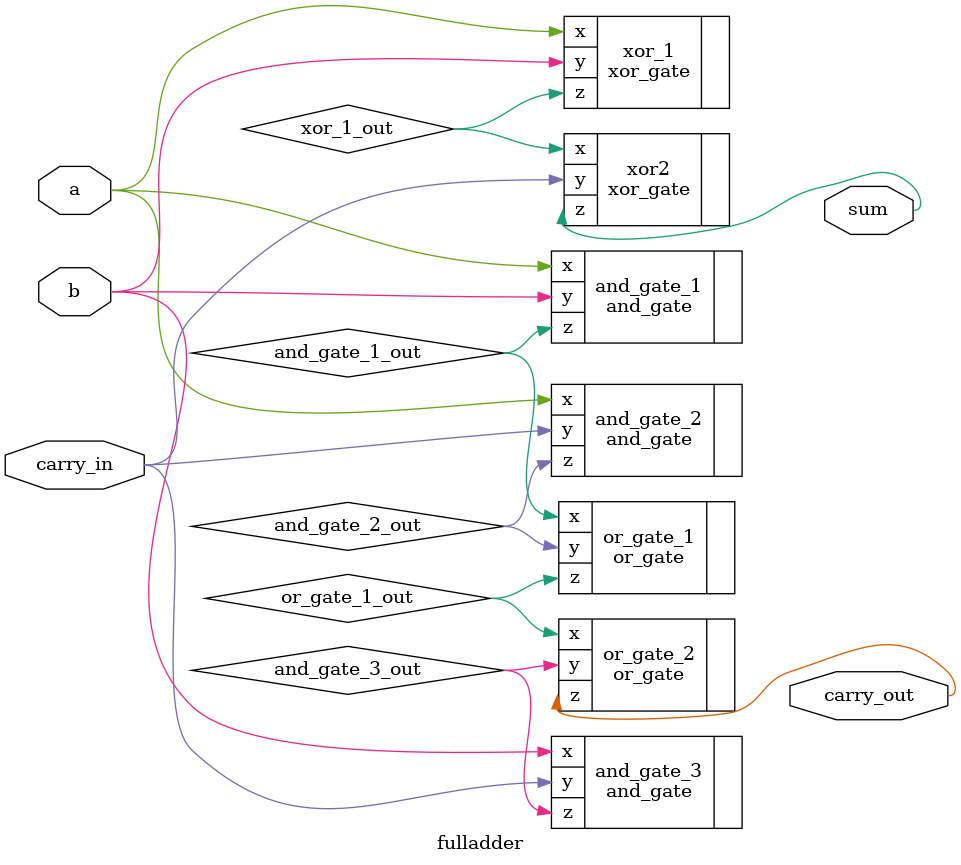
<source format=v>

module fulladder (
           input a,
           input b,
           input carry_in,
           output sum,
           output carry_out
       );

wire xor_1_out;
wire and_gate_1_out, and_gate_2_out, and_gate_3_out;
wire or_gate_1_out;

// sum = a^b^carry_in
xor_gate xor_1(
             .x(a),
             .y(b),
             .z(xor_1_out)
         );

xor_gate xor2(
             .x(xor_1_out),
             .y(carry_in),
             .z(sum)
         );

// carry_out = (a & b) | (a & carry_in) | (b & carry_in);
and_gate and_gate_1(
             .x(a),
             .y(b),
             .z(and_gate_1_out)
         );

and_gate and_gate_2(
             .x(a),
             .y(carry_in),
             .z(and_gate_2_out)
         );

and_gate and_gate_3(
             .x(b),
             .y(carry_in),
             .z(and_gate_3_out)
         );

or_gate or_gate_1(
            .x(and_gate_1_out),
            .y(and_gate_2_out),
            .z(or_gate_1_out)
        );

or_gate or_gate_2(
            .x(or_gate_1_out),
            .y(and_gate_3_out),
            .z(carry_out)
        );

endmodule

</source>
